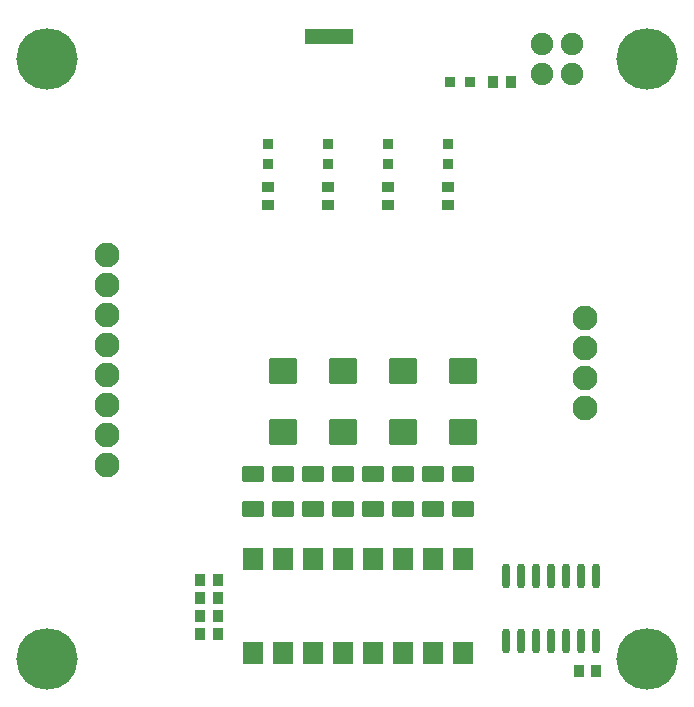
<source format=gts>
G04 Layer: TopSolderMaskLayer*
G04 Panelize: , Column: 2, Row: 2, Board Size: 58.42mm x 58.42mm, Panelized Board Size: 118.84mm x 118.84mm*
G04 EasyEDA v6.5.34, 2023-10-07 22:52:34*
G04 b7e43a5b2ceb43bf805b1727b84d9839,5a6b42c53f6a479593ecc07194224c93,10*
G04 Gerber Generator version 0.2*
G04 Scale: 100 percent, Rotated: No, Reflected: No *
G04 Dimensions in millimeters *
G04 leading zeros omitted , absolute positions ,4 integer and 5 decimal *
%FSLAX45Y45*%
%MOMM*%

%AMMACRO1*1,1,$1,$2,$3*1,1,$1,$4,$5*1,1,$1,0-$2,0-$3*1,1,$1,0-$4,0-$5*20,1,$1,$2,$3,$4,$5,0*20,1,$1,$4,$5,0-$2,0-$3,0*20,1,$1,0-$2,0-$3,0-$4,0-$5,0*20,1,$1,0-$4,0-$5,$2,$3,0*4,1,4,$2,$3,$4,$5,0-$2,0-$3,0-$4,0-$5,$2,$3,0*%
%ADD10MACRO1,0.1016X-0.76X0.89X0.76X0.89*%
%ADD11MACRO1,0.1016X-0.8505X0.6038X0.8505X0.6038*%
%ADD12MACRO1,0.1016X-0.8505X-0.6038X0.8505X-0.6038*%
%ADD13MACRO1,0.1016X-0.4032X-0.432X-0.4032X0.432*%
%ADD14MACRO1,0.1016X0.4032X-0.432X0.4032X0.432*%
%ADD15MACRO1,0.1016X1.1205X1.0237X-1.1205X1.0237*%
%ADD16MACRO1,0.1016X1.1205X-1.0237X-1.1205X-1.0237*%
%ADD17MACRO1,0.1016X0.432X-0.4032X-0.432X-0.4032*%
%ADD18MACRO1,0.1016X0.432X0.4032X-0.432X0.4032*%
%ADD19MACRO1,0.1016X-0.4X0.4X0.4X0.4*%
%ADD20MACRO1,0.1016X-0.4X0.45X0.4X0.45*%
%ADD21O,0.6755891999999999X2.1395944*%
%ADD22MACRO1,0.1016X-0.4X-0.4X-0.4X0.4*%
%ADD23C,5.2032*%
%ADD24C,1.9016*%
%ADD25C,2.1016*%

%LPD*%
D10*
G01*
X2887217Y1231798D03*
G01*
X2633217Y1231798D03*
G01*
X2379217Y1231798D03*
G01*
X2125217Y1231798D03*
G01*
X3141217Y1231798D03*
G01*
X3395217Y1231798D03*
G01*
X3649217Y1231798D03*
G01*
X3903217Y1231798D03*
G01*
X3903217Y431800D03*
G01*
X3649217Y431800D03*
G01*
X3395217Y431800D03*
G01*
X3141217Y431800D03*
G01*
X2125217Y431800D03*
G01*
X2379217Y431800D03*
G01*
X2633217Y431800D03*
G01*
X2887217Y431800D03*
D11*
G01*
X3898900Y1655523D03*
D12*
G01*
X3898900Y1951276D03*
D11*
G01*
X3644900Y1655523D03*
D12*
G01*
X3644900Y1951276D03*
D11*
G01*
X3390900Y1655523D03*
D12*
G01*
X3390900Y1951276D03*
D11*
G01*
X3136900Y1655523D03*
D12*
G01*
X3136900Y1951276D03*
D11*
G01*
X2120900Y1655523D03*
D12*
G01*
X2120900Y1951276D03*
D11*
G01*
X2374900Y1655523D03*
D12*
G01*
X2374900Y1951276D03*
D11*
G01*
X2628900Y1655523D03*
D12*
G01*
X2628900Y1951276D03*
D11*
G01*
X2882900Y1655523D03*
D12*
G01*
X2882900Y1951276D03*
D13*
G01*
X1827924Y1054100D03*
D14*
G01*
X1677275Y1054100D03*
D13*
G01*
X1827924Y901700D03*
D14*
G01*
X1677275Y901700D03*
D13*
G01*
X1827924Y749300D03*
D14*
G01*
X1677275Y749300D03*
D13*
G01*
X1827924Y596900D03*
D14*
G01*
X1677275Y596900D03*
D15*
G01*
X3390900Y2306274D03*
D16*
G01*
X3390900Y2824525D03*
D15*
G01*
X2882900Y2306274D03*
D16*
G01*
X2882900Y2824525D03*
D15*
G01*
X2374900Y2306274D03*
D16*
G01*
X2374900Y2824525D03*
D17*
G01*
X3771900Y4380624D03*
D18*
G01*
X3771900Y4229975D03*
D19*
G01*
X3771900Y4575810D03*
G01*
X3771900Y4745989D03*
G01*
X3263900Y4575810D03*
G01*
X3263900Y4745989D03*
D17*
G01*
X3263900Y4380624D03*
D18*
G01*
X3263900Y4229975D03*
D19*
G01*
X2755900Y4575810D03*
G01*
X2755900Y4745989D03*
D17*
G01*
X2755900Y4380624D03*
D18*
G01*
X2755900Y4229975D03*
D19*
G01*
X2247900Y4575810D03*
G01*
X2247900Y4745989D03*
D17*
G01*
X2247900Y4380624D03*
D18*
G01*
X2247900Y4229975D03*
D20*
G01*
X5022999Y279400D03*
G01*
X4883000Y279400D03*
D21*
G01*
X5029200Y1089710D03*
G01*
X4902200Y1089710D03*
G01*
X4775200Y1089710D03*
G01*
X4648200Y1089710D03*
G01*
X4521200Y1089710D03*
G01*
X4394200Y1089710D03*
G01*
X4267200Y1089710D03*
G01*
X5029200Y535889D03*
G01*
X4902200Y535889D03*
G01*
X4775200Y535889D03*
G01*
X4648200Y535889D03*
G01*
X4521200Y535889D03*
G01*
X4394200Y535889D03*
G01*
X4267200Y535889D03*
D15*
G01*
X3898900Y2306274D03*
D16*
G01*
X3898900Y2824525D03*
D13*
G01*
X4304424Y5270500D03*
D14*
G01*
X4153775Y5270500D03*
D22*
G01*
X3958589Y5270500D03*
G01*
X3788410Y5270500D03*
D23*
G01*
X381000Y5461000D03*
G01*
X5461000Y5461000D03*
G01*
X5461000Y381000D03*
G01*
X381000Y381000D03*
D24*
G01*
X4572000Y5588000D03*
G01*
X4572000Y5334000D03*
G01*
X4826000Y5334000D03*
G01*
X4826000Y5588000D03*
D25*
G01*
X4931206Y3020161D03*
G01*
X4931206Y2766161D03*
G01*
X4931206Y2512161D03*
G01*
X4931206Y3274161D03*
G01*
X885418Y3805097D03*
G01*
X885418Y3551097D03*
G01*
X885418Y3297097D03*
G01*
X885418Y3043097D03*
G01*
X885418Y2789097D03*
G01*
X885418Y2535097D03*
G01*
X885418Y2281097D03*
G01*
X885418Y2027097D03*
G36*
X2565400Y5715000D02*
G01*
X2971800Y5715000D01*
X2971800Y5588000D01*
X2565400Y5588000D01*
G37*
M02*

</source>
